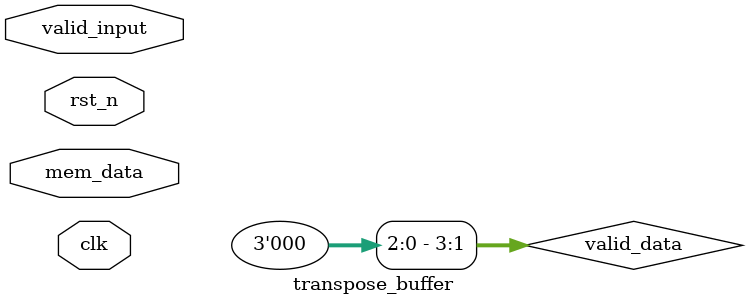
<source format=sv>
module transpose_buffer (
  input logic clk,
  input logic [3:0] mem_data,
  input logic rst_n,
  input logic [3:0] valid_input
);

logic [1:0] col_index;
logic [3:0] num_valid;
logic [1:0] row_index;
logic switch_buf;
logic [3:0] valid_data;

always_ff @(posedge clk, negedge rst_n) begin
  if (rst_n == 1'h0) begin
    col_index <= 2'h0;
    row_index <= 2'h0;
    switch_buf <= 1'h0;
  end
  else if (col_index == 2'h3) begin
    col_index <= 2'h0;
    row_index <= 2'h0;
    switch_buf <= ~switch_buf;
  end
  else begin
    col_index <= col_index + 2'h1;
    row_index <= row_index + 2'h1;
    switch_buf <= switch_buf;
  end
end
always_comb begin
  valid_data[0] = 1'h0;
  valid_data[1] = 1'h0;
  valid_data[2] = 1'h0;
  valid_data[3] = 1'h0;
  if (valid_input[0] == 1'h1) begin
    valid_data[0] = 1'h1;
  end
end
assign num_valid = 4'(valid_input[0]) + 4'(valid_input[1]) + 4'(valid_input[2]) +
    4'(valid_input[3]);
endmodule   // transpose_buffer


</source>
